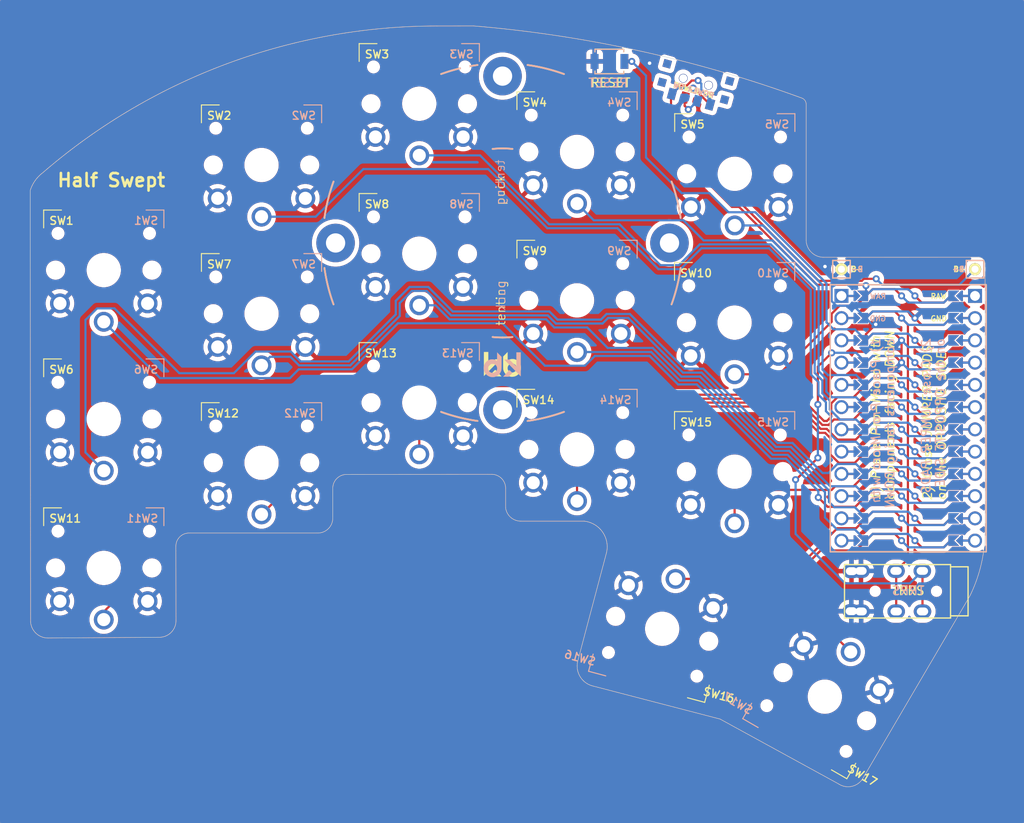
<source format=kicad_pcb>
(kicad_pcb (version 20241229) (generator "pcbnew") (generator_version "9.0")
  (layers (0 "F.Cu" signal) (2 "B.Cu" signal) (13 "F.Paste" user) (15 "B.Paste" user) (5 "F.SilkS" user "F.Silkscreen") (7 "B.SilkS" user "B.Silkscreen") (1 "F.Mask" user) (3 "B.Mask" user) (25 "Edge.Cuts" user))
  (net 0 "")
  (net 1 "gnd")
  (net 2 "vcc")
  (net 3 "Switch18")
  (net 4 "reset")
  (net 5 "Switch1")
  (net 6 "Switch2")
  (net 7 "Switch3")
  (net 8 "Switch4")
  (net 9 "Switch5")
  (net 10 "Switch6")
  (net 11 "Switch7")
  (net 12 "Switch8")
  (net 13 "Switch9")
  (net 14 "Switch10")
  (net 15 "Switch11")
  (net 16 "Switch12")
  (net 17 "Switch13")
  (net 18 "Switch14")
  (net 19 "Switch15")
  (net 20 "Switch16")
  (net 21 "Switch17")
  (net 22 "raw")
  (net 23 "BT+_r")
  (net 24 "Net-(SW_POWERR1-Pad1)")
  (footprint "kbd:1pin_conn" (layer "F.Cu") (at 126.492 45.974)
    (property "Reference" "B+")
    (property "Value" "MountingHole_Pad" (hide yes))
  )
  (footprint "kbd:1pin_conn" (layer "F.Cu") (at 111.252 45.974)
    (property "Reference" "B-")
    (property "Value" "MountingHole_Pad" (hide yes))
  )
  (footprint "Kailh:TRRS-PJ-DPB2" (layer "F.Cu") (at 123.698 82.75 -90)
    (property "Reference" "J2")
    (property "Value" "AudioJack4dpb" (hide yes))
  )
  (footprint "* duckyb-collection:SW_PG1350_rev_DPB" (layer "F.Cu") (at 27.08 46.08)
    (property "Reference" "SW1" (hide yes))
    (property "Value" "SW_Push" (hide yes))
  )
  (footprint "* duckyb-collection:SW_PG1350_rev_DPB" (layer "F.Cu") (at 45.08 34.08)
    (property "Reference" "SW2" (hide yes))
    (property "Value" "SW_Push" (hide yes))
  )
  (footprint "* duckyb-collection:SW_PG1350_rev_DPB" (layer "F.Cu") (at 63.08 27.08)
    (property "Reference" "SW3" (hide yes))
    (property "Value" "SW_Push" (hide yes))
  )
  (footprint "* duckyb-collection:SW_PG1350_rev_DPB" (layer "F.Cu") (at 81.08 32.58)
    (property "Reference" "SW4" (hide yes))
    (property "Value" "SW_Push" (hide yes))
  )
  (footprint "* duckyb-collection:SW_PG1350_rev_DPB" (layer "F.Cu") (at 99.08 35.08)
    (property "Reference" "SW5" (hide yes))
    (property "Value" "SW_Push" (hide yes))
  )
  (footprint "* duckyb-collection:SW_PG1350_rev_DPB" (layer "F.Cu") (at 27.08 63.08)
    (property "Reference" "SW6" (hide yes))
    (property "Value" "SW_Push" (hide yes))
  )
  (footprint "* duckyb-collection:SW_PG1350_rev_DPB" (layer "F.Cu") (at 45.08 51.054)
    (property "Reference" "SW7" (hide yes))
    (property "Value" "SW_Push" (hide yes))
  )
  (footprint "* duckyb-collection:SW_PG1350_rev_DPB" (layer "F.Cu") (at 63.08 44.196)
    (property "Reference" "SW8" (hide yes))
    (property "Value" "SW_Push" (hide yes))
  )
  (footprint "* duckyb-collection:SW_PG1350_rev_DPB" (layer "F.Cu") (at 81.08 49.53)
    (property "Reference" "SW9" (hide yes))
    (property "Value" "SW_Push" (hide yes))
  )
  (footprint "* duckyb-collection:SW_PG1350_rev_DPB" (layer "F.Cu") (at 99.06 52.07)
    (property "Reference" "SW10" (hide yes))
    (property "Value" "SW_Push" (hide yes))
  )
  (footprint "* duckyb-collection:SW_PG1350_rev_DPB" (layer "F.Cu") (at 27.08 80.08)
    (property "Reference" "SW11" (hide yes))
    (property "Value" "SW_Push" (hide yes))
  )
  (footprint "* duckyb-collection:SW_PG1350_rev_DPB" (layer "F.Cu") (at 45.08 68.072)
    (property "Reference" "SW12" (hide yes))
    (property "Value" "SW_Push" (hide yes))
  )
  (footprint "* duckyb-collection:SW_PG1350_rev_DPB" (layer "F.Cu") (at 63.08 61.214)
    (property "Reference" "SW13" (hide yes))
    (property "Value" "SW_Push" (hide yes))
  )
  (footprint "* duckyb-collection:SW_PG1350_rev_DPB" (layer "F.Cu") (at 81.08 66.548)
    (property "Reference" "SW14" (hide yes))
    (property "Value" "SW_Push" (hide yes))
  )
  (footprint "* duckyb-collection:SW_PG1350_rev_DPB" (layer "F.Cu") (at 99.06 69.088)
    (property "Reference" "SW15" (hide yes))
    (property "Value" "SW_Push" (hide yes))
  )
  (footprint "* duckyb-collection:SW_PG1350_rev_DPB" (layer "F.Cu") (at 109.356 94.78 150)
    (property "Reference" "SW17" (hide yes))
    (property "Value" "SW_Push" (hide yes))
  )
  (footprint "* duckyb-collection:SW_PG1350_rev_DPB" (layer "F.Cu") (at 90.796 87.03 165)
    (property "Reference" "SW16" (hide yes))
    (property "Value" "SW_Push" (hide yes))
  )
  (footprint "* duckyb-collection:ProMicro_jumpers_facedown" (layer "F.Cu") (at 118.872 62.992 -90)
    (property "Reference" "U1" (hide yes))
    (property "Value" "ProMicro-kbd" (hide yes))
  )
  (footprint "kbd:Tenting_Puck2" (layer "F.Cu") (at 72.58 42.98)
    (property "Reference" "REF**")
    (property "Value" "Tenting Puck")
  )
  (footprint "Kailh:SPDT_C128955" (layer "F.Cu") (at 94.6404 24.570573 -15.5)
    (property "Reference" "POWER SW")
    (property "Value" "SW_SPDT")
  )
  (footprint "* duckyb-collection:Tactile-Switch_SMT" (layer "F.Cu") (at 84.7852 22.2504)
    (property "Reference" "RSW2" (hide yes))
    (property "Value" "SW_Push")
  )
  (gr_arc (start 126.885 44.612) (mid 127.41533 44.83167) (end 127.635 45.362) (stroke (width 0.05)) (layer "Edge.Cuts"))
  (gr_line (start 18.690055 36.976702) (end 18.730254 86.245024) (stroke (width 0.05)) (layer "Edge.Cuts"))
  (gr_arc (start 106.78729 26.456889) (mid 107.104079 26.733645) (end 107.222045 27.137419) (stroke (width 0.05)) (layer "Edge.Cuts"))
  (gr_arc (start 18.690055 36.976702) (mid 19.246929 35.858882) (end 20.117 34.963) (stroke (width 0.05)) (layer "Edge.Cuts"))
  (gr_arc (start 109.257002 44.614917) (mid 107.844534 44.065716) (end 107.222001 42.683999) (stroke (width 0.05)) (layer "Edge.Cuts"))
  (gr_arc (start 69.291777 18.200679) (mid 88.315879 21.073764) (end 106.78729 26.456889) (stroke (width 0.05)) (layer "Edge.Cuts"))
  (gr_arc (start 113.67 104.149265) (mid 112.428995 105.01898) (end 110.938 104.748) (stroke (width 0.05)) (layer "Edge.Cuts"))
  (gr_arc (start 20.767993 88.081119) (mid 19.380569 87.572101) (end 18.730252 86.245024) (stroke (width 0.05)) (layer "Edge.Cuts"))
  (gr_line (start 127.635 45.362) (end 127.635 62.484) (stroke (width 0.05)) (layer "Edge.Cuts"))
  (gr_line (start 107.222001 42.683999) (end 107.222045 27.137419) (stroke (width 0.05)) (layer "Edge.Cuts"))
  (gr_line (start 109.257002 44.614917) (end 126.885 44.612) (stroke (width 0.05)) (layer "Edge.Cuts"))
  (gr_arc (start 20.117 34.963) (mid 41.093524 22.531455) (end 65.090389 18.206139) (stroke (width 0.05)) (layer "Edge.Cuts"))
  (gr_line (start 125.888304 83.312) (end 113.67 104.149265) (stroke (width 0.05)) (layer "Edge.Cuts"))
  (gr_arc (start 127.635 75.98785) (mid 127.177913 79.749197) (end 125.888304 83.312) (stroke (width 0.05)) (layer "Edge.Cuts"))
  (gr_line (start 69.291777 18.200679) (end 65.090389 18.206139) (stroke (width 0.05)) (layer "Edge.Cuts"))
  (gr_line (start 127.635 62.484) (end 127.647 69.85) (stroke (width 0.05)) (layer "Edge.Cuts"))
  (gr_line (start 127.647 69.85) (end 127.635 75.98785) (stroke (width 0.05)) (layer "Edge.Cuts"))
  (gr_arc (start 82.888697 93.560772) (mid 81.450284 92.519789) (end 81.146816 90.770336) (stroke (width 0.05)) (layer "Edge.Cuts"))
  (gr_arc (start 71.336813 69.393015) (mid 72.464893 69.860281) (end 72.932159 70.988361) (stroke (width 0.05)) (layer "Edge.Cuts"))
  (gr_line (start 36.850116 76.097183) (end 51.5 76.09716) (stroke (width 0.05)) (layer "Edge.Cuts"))
  (gr_line (start 20.767993 88.081119) (end 33.5 88) (stroke (width 0.05)) (layer "Edge.Cuts"))
  (gr_line (start 97.403103 97.33673) (end 110.938 104.748) (stroke (width 0.05)) (layer "Edge.Cuts"))
  (gr_arc (start 53.21127 70.968637) (mid 53.685328 69.857286) (end 54.805603 69.404717) (stroke (width 0.05)) (layer "Edge.Cuts"))
  (gr_line (start 35.322634 86.09861) (end 35.307822 77.626175) (stroke (width 0.05)) (layer "Edge.Cuts"))
  (gr_line (start 74.6623 74.740762) (end 81.910597 74.740824) (stroke (width 0.05)) (layer "Edge.Cuts"))
  (gr_line (start 72.932154 70.998345) (end 72.932159 73.215459) (stroke (width 0.05)) (layer "Edge.Cuts"))
  (gr_arc (start 74.662258 74.740762) (mid 73.509024 74.304988) (end 72.932159 73.215459) (stroke (width 0.05)) (layer "Edge.Cuts"))
  (gr_arc (start 35.307822 77.626243) (mid 35.753261 76.533186) (end 36.850116 76.097183) (stroke (width 0.05)) (layer "Edge.Cuts"))
  (gr_arc (start 35.322634 86.09861) (mid 34.793382 87.415554) (end 33.500001 88.000031) (stroke (width 0.05)) (layer "Edge.Cuts"))
  (gr_arc (start 53.21127 74.377028) (mid 52.7132 75.592826) (end 51.5 76.097193) (stroke (width 0.05)) (layer "Edge.Cuts"))
  (gr_arc (start 81.910597 74.740824) (mid 83.997986 75.989135) (end 84.432434 78.382193) (stroke (width 0.05)) (layer "Edge.Cuts"))
  (gr_line (start 82.888698 93.560772) (end 97.403103 97.33673) (stroke (width 0.05)) (layer "Edge.Cuts"))
  (gr_line (start 84.432434 78.382187) (end 81.146816 90.770192) (stroke (width 0.05)) (layer "Edge.Cuts"))
  (gr_line (start 53.21127 74.394772) (end 53.21127 70.96866) (stroke (width 0.05)) (layer "Edge.Cuts"))
  (gr_line (start 54.805604 69.404719) (end 71.336813 69.393015) (stroke (width 0.05)) (layer "Edge.Cuts"))
  (gr_text "1) Place Pro-Micro with\ncomponents facing DOWN" (at 115.9764 72.4408 90) (layer "F.SilkS") (effects (font (size 1 1) (thickness 0.15) (italic yes)) (justify left)))
  (gr_text "Half Swept" (at 27.94 35.814 0) (layer "F.SilkS") (effects (font (size 1.5 1.5) (thickness 0.3))))
  (gr_text "GND" (at 121.3612 51.6128 0) (layer "F.SilkS") (effects (font (size 0.6 0.6) (thickness 0.12)) (justify left)))
  (gr_text "2) Close JUMPER PADS\non the OPPOSITE SIDE" (at 121.8692 72.4408 90) (layer "F.SilkS") (effects (font (size 1 1) (thickness 0.15) (italic yes)) (justify left)))
  (gr_text "TRRS" (at 118.872 82.677 0) (layer "F.SilkS") (effects (font (size 1 1))))
  (gr_text "RAW" (at 121.3612 49.0728 0) (layer "F.SilkS") (effects (font (size 0.6 0.6) (thickness 0.12)) (justify left)))
  (gr_text "RAW" (at 116.40097 49.0728 0) (layer "B.SilkS") (effects (font (size 0.6 0.6) (thickness 0.12)) (justify left mirror)))
  (gr_text "B-" (at 113.03 45.974 0) (layer "B.SilkS") (effects (font (size 0.6 0.6)) (justify mirror)))
  (gr_text "2) Close JUMPER PADS\non the OPPOSITE SIDE" (at 121.7168 53.7464 90) (layer "B.SilkS") (effects (font (size 1 1) (thickness 0.15) (italic yes)) (justify left mirror)))
  (gr_text "GND" (at 116.40097 51.6128 0) (layer "B.SilkS") (effects (font (size 0.6 0.6) (thickness 0.12)) (justify left mirror)))
  (gr_text "1) Place Pro-Micro with\ncomponents facing DOWN" (at 115.9764 53.7464 90) (layer "B.SilkS") (effects (font (size 1 1) (thickness 0.15) (italic yes)) (justify left mirror)))
  (gr_text "B+" (at 124.587 45.974 0) (layer "B.SilkS") (effects (font (size 0.6 0.6)) (justify mirror)))
  (segment (start 114.046 53.3908) (end 115.1636 52.2732) (width 0.25) (layer "F.Cu") (net 1))
  (segment (start 118.11 56.642) (end 118.11 54.102) (width 0.25) (layer "F.Cu") (net 1))
  (segment (start 114.046 54.102) (end 114.046 53.3908) (width 0.25) (layer "F.Cu") (net 1))
  (via (at 115.1636 52.2732) (size 0.8) (drill 0.4) (layers "F.Cu" "B.Cu") (net 1))
  (via (at 109.3724 45.6692) (size 0.8) (drill 0.4) (layers "F.Cu" "B.Cu") (net 1))
  (via (at 89.3572 22.4536) (size 0.8) (drill 0.4) (layers "F.Cu" "B.Cu") (net 1))
  (segment (start 112.630511 50.146511) (end 110.661711 50.146511) (width 0.25) (layer "B.Cu") (net 1))
  (segment (start 110.127489 47.098511) (end 111.252 45.974) (width 0.25) (layer "B.Cu") (net 1))
  (segment (start 114.7572 52.2732) (end 114.046 51.562) (width 0.25) (layer "B.Cu") (net 1))
  (segment (start 110.661711 50.146511) (end 110.127489 49.612289) (width 0.25) (layer "B.Cu") (net 1))
  (segment (start 114.046 51.562) (end 112.630511 50.146511) (width 0.25) (layer "B.Cu") (net 1))
  (segment (start 115.1636 52.2732) (end 114.7572 52.2732) (width 0.25) (layer "B.Cu") (net 1))
  (segment (start 110.127489 49.612289) (end 110.127489 47.098511) (width 0.25) (layer "B.Cu") (net 1))
  (segment (start 120.498 85.05) (end 120.498 80.44) (width 0.25) (layer "F.Cu") (net 2))
  (segment (start 108.5596 57.0992) (end 108.5596 61.4172) (width 0.25) (layer "F.Cu") (net 2))
  (segment (start 106.0196 70.0024) (end 106.0704 70.0024) (width 0.25) (layer "F.Cu") (net 2))
  (segment (start 106.0704 70.0024) (end 108.5596 67.5132) (width 0.25) (layer "F.Cu") (net 2))
  (segment (start 120.498 80.44) (end 120.478 80.42) (width 0.25) (layer "F.Cu") (net 2))
  (segment (start 110.1344 55.5244) (end 108.5596 57.0992) (width 0.25) (layer "F.Cu") (net 2))
  (via (at 106.0196 70.0024) (size 0.8) (drill 0.4) (layers "F.Cu" "B.Cu") (net 2))
  (via (at 110.1344 55.5244) (size 0.8) (drill 0.4) (layers "F.Cu" "B.Cu") (net 2))
  (via (at 108.5596 67.5132) (size 0.8) (drill 0.4) (layers "F.Cu" "B.Cu") (net 2))
  (via (at 108.5596 61.4172) (size 0.8) (drill 0.4) (layers "F.Cu" "B.Cu") (net 2))
  (segment (start 108.5596 67.5132) (end 108.5596 61.4172) (width 0.25) (layer "B.Cu") (net 2))
  (segment (start 111.6584 81.8388) (end 119.0592 81.8388) (width 0.25) (layer "B.Cu") (net 2))
  (segment (start 110.141311 55.517489) (end 112.921489 55.517489) (width 0.25) (layer "B.Cu") (net 2))
  (segment (start 112.921489 55.517489) (end 114.046 56.642) (width 0.25) (layer "B.Cu") (net 2))
  (segment (start 119.0592 81.8388) (end 120.478 80.42) (width 0.25) (layer "B.Cu") (net 2))
  (segment (start 106.0196 70.0024) (end 106.0196 76.2) (width 0.25) (layer "B.Cu") (net 2))
  (segment (start 110.1344 55.5244) (end 110.141311 55.517489) (width 0.25) (layer "B.Cu") (net 2))
  (segment (start 106.0196 76.2) (end 111.6584 81.8388) (width 0.25) (layer "B.Cu") (net 2))
  (segment (start 118.11 51.562) (end 118.834511 52.286511) (width 0.25) (layer "F.Cu") (net 3))
  (segment (start 118.834511 52.286511) (end 118.834511 79.063489) (width 0.25) (layer "F.Cu") (net 3))
  (segment (start 117.498 80.44) (end 117.478 80.42) (width 0.25) (layer "F.Cu") (net 3))
  (segment (start 118.834511 79.063489) (end 117.478 80.42) (width 0.25) (layer "F.Cu") (net 3))
  (segment (start 117.498 85.05) (end 117.498 80.44) (width 0.25) (layer "F.Cu") (net 3))
  (segment (start 87.3252 22.2504) (end 86.4852 22.2504) (width 0.25) (layer "F.Cu") (net 4))
  (via (at 87.3252 22.2504) (size 0.8) (drill 0.4) (layers "F.Cu" "B.Cu") (net 4))
  (segment (start 86.4852 22.2504) (end 87.3252 22.2504) (width 0.25) (layer "B.Cu") (net 4))
  (segment (start 87.3252 22.2504) (end 88.9508 23.876) (width 0.25) (layer "B.Cu") (net 4))
  (segment (start 88.9508 33.217792) (end 93.020208 37.2872) (width 0.25) (layer "B.Cu") (net 4))
  (segment (start 88.9508 23.876) (end 88.9508 33.217792) (width 0.25) (layer "B.Cu") (net 4))
  (segment (start 96.172452 37.2872) (end 98.356852 39.4716) (width 0.25) (layer "B.Cu") (net 4))
  (segment (start 109.54488 52.03928) (end 110.3376 52.832) (width 0.25) (layer "B.Cu") (net 4))
  (segment (start 93.020208 37.2872) (end 96.172452 37.2872) (width 0.25) (layer "B.Cu") (net 4))
  (segment (start 109.54488 47.593566) (end 109.54488 52.03928) (width 0.25) (layer "B.Cu") (net 4))
  (segment (start 98.356852 39.4716) (end 101.422914 39.4716) (width 0.25) (layer "B.Cu") (net 4))
  (segment (start 101.422914 39.4716) (end 109.54488 47.593566) (width 0.25) (layer "B.Cu") (net 4))
  (segment (start 110.3376 52.832) (end 112.776 52.832) (width 0.25) (layer "B.Cu") (net 4))
  (segment (start 112.776 52.832) (end 114.046 54.102) (width 0.25) (layer "B.Cu") (net 4))
  (segment (start 108.6104 72.0344) (end 109.6772 73.1012) (width 0.25) (layer "F.Cu") (net 5))
  (segment (start 112.8268 73.1012) (end 114.046 71.882) (width 0.25) (layer "F.Cu") (net 5))
  (segment (start 109.6772 73.1012) (end 112.8268 73.1012) (width 0.25) (layer "F.Cu") (net 5))
  (via (at 108.6104 72.0344) (size 0.8) (drill 0.4) (layers "F.Cu" "B.Cu") (net 5))
  (segment (start 108.6104 71.299954) (end 104.925246 67.6148) (width 0.25) (layer "B.Cu") (net 5))
  (segment (start 60.653557 52.14856) (end 55.398597 57.40352) (width 0.25) (layer "B.Cu") (net 5))
  (segment (start 49.32728 57.40352) (end 48.321289 58.409511) (width 0.25) (layer "B.Cu") (net 5))
  (segment (start 103.2256 67.6148) (end 94.742 59.1312) (width 0.25) (layer "B.Cu") (net 5))
  (segment (start 81.9912 56.9976) (end 77.4192 56.9976) (width 0.25) (layer "B.Cu") (net 5))
  (segment (start 83.10928 55.87952) (end 81.9912 56.9976) (width 0.25) (layer "B.Cu") (net 5))
  (segment (start 72.57016 52.14856) (end 60.653557 52.14856) (width 0.25) (layer "B.Cu") (net 5))
  (segment (start 48.321289 58.409511) (end 33.509511 58.409511) (width 0.25) (layer "B.Cu") (net 5))
  (segment (start 108.6104 72.0344) (end 108.6104 71.299954) (width 0.25) (layer "B.Cu") (net 5))
  (segment (start 94.742 59.1312) (end 92.6084 59.1312) (width 0.25) (layer "B.Cu") (net 5))
  (segment (start 55.398597 57.40352) (end 49.32728 57.40352) (width 0.25) (layer "B.Cu") (net 5))
  (segment (start 92.6084 59.1312) (end 89.35672 55.87952) (width 0.25) (layer "B.Cu") (net 5))
  (segment (start 77.4192 56.9976) (end 72.57016 52.14856) (width 0.25) (layer "B.Cu") (net 5))
  (segment (start 33.509511 58.409511) (end 27.08 51.98) (width 0.25) (layer "B.Cu") (net 5))
  (segment (start 89.35672 55.87952) (end 83.10928 55.87952) (width 0.25) (layer "B.Cu") (net 5))
  (segment (start 104.925246 67.6148) (end 103.2256 67.6148) (width 0.25) (layer "B.Cu") (net 5))
  (segment (start 108.62576 60.316396) (end 109.48168 61.172316) (width 0.25) (layer "B.Cu") (net 6))
  (segment (start 108.62576 58.869314) (end 108.62576 60.316396) (width 0.25) (layer "B.Cu") (net 6))
  (segment (start 95.276118 43.5864) (end 102.994846 43.5864) (width 0.25) (layer "B.Cu") (net 6))
  (segment (start 85.69192 41.29272) (end 90.36552 45.96632) (width 0.25) (layer "B.Cu") (net 6))
  (segment (start 110.0328 64.8716) (end 110.838689 65.677489) (width 0.25) (layer "B.Cu") (net 6))
  (segment (start 110.838689 65.677489) (end 112.921489 65.677489) (width 0.25) (layer "B.Cu") (net 6))
  (segment (start 109.48168 62.177698) (end 110.0328 62.728818) (width 0.25) (layer "B.Cu") (net 6))
  (segment (start 90.36552 45.96632) (end 92.896198 45.96632) (width 0.25) (layer "B.Cu") (net 6))
  (segment (start 70.941483 34.544) (end 77.690203 41.29272) (width 0.25) (layer "B.Cu") (net 6))
  (segment (start 110.0328 62.728818) (end 110.0328 64.8716) (width 0.25) (layer "B.Cu") (net 6))
  (segment (start 102.994846 43.5864) (end 107.7468 48.338354) (width 0.25) (layer "B.Cu") (net 6))
  (segment (start 45.08 39.98) (end 51.2568 39.98) (width 0.25) (layer "B.Cu") (net 6))
  (segment (start 109.48168 61.172316) (end 109.48168 62.177698) (width 0.25) (layer "B.Cu") (net 6))
  (segment (start 51.2568 39.98) (end 56.6928 34.544) (width 0.25) (layer "B.Cu") (net 6))
  (segment (start 112.921489 65.677489) (end 114.046 66.802) (width 0.25) (layer "B.Cu") (net 6))
  (segment (start 107.7468 57.990354) (end 108.62576 58.869314) (width 0.25) (layer "B.Cu") (net 6))
  (segment (start 92.896198 45.96632) (end 95.276118 43.5864) (width 0.25) (layer "B.Cu") (net 6))
  (segment (start 56.6928 34.544) (end 70.941483 34.544) (width 0.25) (layer "B.Cu") (net 6))
  (segment (start 107.7468 48.338354) (end 107.7468 57.990354) (width 0.25) (layer "B.Cu") (net 6))
  (segment (start 77.690203 41.29272) (end 85.69192 41.29272) (width 0.25) (layer "B.Cu") (net 6))
  (segment (start 103.181044 43.13688) (end 108.19632 48.152156) (width 0.25) (layer "B.Cu") (net 7))
  (segment (start 92.71 45.5168) (end 95.089921 43.13688) (width 0.25) (layer "B.Cu") (net 7))
  (segment (start 63.08 32.98) (end 70.0132 32.98) (width 0.25) (layer "B.Cu") (net 7))
  (segment (start 95.089921 43.13688) (end 103.181044 43.13688) (width 0.25) (layer "B.Cu") (net 7))
  (segment (start 109.9312 61.9915) (end 111.077189 63.137489) (width 0.25) (layer "B.Cu") (net 7))
  (segment (start 112.921489 63.137489) (end 114.046 64.262) (width 0.25) (layer "B.Cu") (net 7))
  (segment (start 90.596601 45.5168) (end 92.71 45.5168) (width 0.25) (layer "B.Cu") (net 7))
  (segment (start 85.923001 40.8432) (end 90.596601 45.5168) (width 0.25) (layer "B.Cu") (net 7))
  (segment (start 108.19632 57.804156) (end 109.07528 58.683116) (width 0.25) (layer "B.Cu") (net 7))
  (segment (start 109.9312 60.986118) (end 109.9312 61.9915) (width 0.25) (layer "B.Cu") (net 7))
  (segment (start 70.0132 32.98) (end 77.8764 40.8432) (width 0.25) (layer "B.Cu") (net 7))
  (segment (start 108.19632 48.152156) (end 108.19632 57.804156) (width 0.25) (layer "B.Cu") (net 7))
  (segment (start 109.07528 58.683116) (end 109.07528 60.130198) (width 0.25) (layer "B.Cu") (net 7))
  (segment (start 77.8764 40.8432) (end 85.923001 40.8432) (width 0.25) (layer "B.Cu") (net 7))
  (segment (start 109.07528 60.130198) (end 109.9312 60.986118) (width 0.25) (layer "B.Cu") (net 7))
  (segment (start 111.077189 63.137489) (end 112.921489 63.137489) (width 0.25) (layer "B.Cu") (net 7))
  (segment (start 109.5248 58.496918) (end 109.5248 59.944) (width 0.25) (layer "B.Cu") (net 8))
  (segment (start 108.64584 47.965958) (end 108.64584 57.617958) (width 0.25) (layer "B.Cu") (net 8))
  (segment (start 108.64584 57.617958) (end 109.5248 58.496918) (width 0.25) (layer "B.Cu") (net 8))
  (segment (start 110.178289 60.597489) (end 112.921489 60.597489) (width 0.25) (layer "B.Cu") (net 8))
  (segment (start 109.5248 59.944) (end 110.178289 60.597489) (width 0.25) (layer "B.Cu") (net 8))
  (segment (start 103.367242 42.68736) (end 108.64584 47.965958) (width 0.25) (layer "B.Cu") (net 8))
  (segment (start 95.51936 42.68736) (end 103.367242 42.68736) (width 0.25) (layer "B.Cu") (net 8))
  (segment (start 81.08 38.48) (end 82.986 40.386) (width 0.25) (layer "B.Cu") (net 8))
  (segment (start 82.986 40.386) (end 93.218 40.386) (width 0.25) (layer "B.Cu") (net 8))
  (segment (start 93.218 40.386) (end 95.51936 42.68736) (width 0.25) (layer "B.Cu") (net 8))
  (segment (start 112.921489 60.597489) (end 114.046 61.722) (width 0.25) (layer "B.Cu") (net 8))
  (segment (start 102.2956 40.98) (end 109.09536 47.779763) (width 0.25) (layer "B.Cu") (net 9))
  (segment (start 109.728 58.0644) (end 110.7793 58.0644) (width 0.25) (layer "B.Cu") (net 9))
  (segment (start 110.7793 58.0644) (end 110.786211 58.057489) (width 0.25) (layer "B.Cu") (net 9))
  (segment (start 110.786211 58.057489) (end 112.921489 58.057489) (width 0.25) (layer "B.Cu") (net 9))
  (segment (start 109.09536 57.43176) (end 109.728 58.0644) (width 0.25) (layer "B.Cu") (net 9))
  (segment (start 99.08 40.98) (end 102.2956 40.98) (width 0.25) (layer "B.Cu") (net 9))
  (segment (start 112.921489 58.057489) (end 114.046 59.182) (width 0.25) (layer "B.Cu") (net 9))
  (segment (start 109.09536 47.779763) (end 109.09536 57.43176) (width 0.25) (layer "B.Cu") (net 9))
  (segment (start 103.970392 65.81672) (end 105.670037 65.81672) (width 0.25) (layer "B.Cu") (net 10))
  (segment (start 105.933359 66.080043) (end 109.093716 69.2404) (width 0.25) (layer "B.Cu") (net 10))
  (segment (start 109.093716 69.2404) (end 109.7633 69.2404) (width 0.25) (layer "B.Cu") (net 10))
  (segment (start 24.990979 66.890979) (end 24.990979 51.767821) (width 0.25) (layer "B.Cu") (net 10))
  (segment (start 66.9036 50.8) (end 77.9272 50.8) (width 0.25) (layer "B.Cu") (net 10))
  (segment (start 41.926209 57.844991) (end 44.3992 55.372) (width 0.25) (layer "B.Cu") (net 10))
  (segment (start 87.373843 51.353772) (end 93.353192 57.33312) (width 0.25) (layer "B.Cu") (net 10))
  (segment (start 105.670037 65.81672) (end 105.933359 66.080043) (width 0.25) (layer "B.Cu") (net 10))
  (segment (start 78.85696 51.72976) (end 83.80464 51.72976) (width 0.25) (layer "B.Cu") (net 10))
  (segment (start 110.786211 68.217489) (end 112.921489 68.217489) (width 0.25) (layer "B.Cu") (net 10))
  (segment (start 95.486792 57.33312) (end 103.970392 65.81672) (width 0.25) (layer "B.Cu") (net 10))
  (segment (start 55.026202 56.50448) (end 60.4012 51.129482) (width 0.25) (layer "B.Cu") (net 10))
  (segment (start 64.1096 48.006) (end 66.9036 50.8) (width 0.25) (layer "B.Cu") (net 10))
  (segment (start 84.443951 51.090449) (end 87.110521 51.090449) (width 0.25) (layer "B.Cu") (net 10))
  (segment (start 48.4124 55.372) (end 49.54488 56.50448) (width 0.25) (layer "B.Cu") (net 10))
  (segment (start 109.7633 69.2404) (end 110.786211 68.217489) (width 0.25) (layer "B.Cu") (net 10))
  (segment (start 61.976 48.006) (end 64.1096 48.006) (width 0.25) (layer "B.Cu") (net 10))
  (segment (start 87.110521 51.090449) (end 87.373843 51.353772) (width 0.25) (layer "B.Cu") (net 10))
  (segment (start 60.4012 49.5808) (end 61.976 48.006) (width 0.25) (layer "B.Cu") (net 10))
  (segment (start 28.2956 50.4444) (end 35.696191 57.844991) (width 0.25) (layer "B.Cu") (net 10))
  (segment (start 93.353192 57.33312) (end 95.486792 57.33312) (width 0.25) (layer "B.Cu") (net 10))
  (segment (start 83.80464 51.72976) (end 84.443951 51.090449) (width 0.25) (layer "B.Cu") (net 10))
  (segment (start 49.54488 56.50448) (end 55.026202 56.50448) (width 0.25) (layer "B.Cu") (net 10))
  (segment (start 27.08 68.98) (end 24.990979 66.890979) (width 0.25) (layer "B.Cu") (net 10))
  (segment (start 35.696191 57.844991) (end 41.926209 57.844991) (width 0.25) (layer "B.Cu") (net 10))
  (segment (start 77.9272 50.8) (end 78.85696 51.72976) (width 0.25) (layer "B.Cu") (net 10))
  (segment (start 26.3144 50.4444) (end 28.2956 50.4444) (width 0.25) (layer "B.Cu") (net 10))
  (segment (start 24.990979 51.767821) (end 26.3144 50.4444) (width 0.25) (layer "B.Cu") (net 10))
  (segment (start 44.3992 55.372) (end 48.4124 55.372) (width 0.25) (layer "B.Cu") (net 10))
  (segment (start 60.4012 51.129482) (end 60.4012 49.5808) (width 0.25) (layer "B.Cu") (net 10))
  (segment (start 112.921489 68.217489) (end 114.046 69.342) (width 0.25) (layer "B.Cu") (net 10))
  (segment (start 103.784194 66.26624) (end 105.483839 66.26624) (width 0.25) (layer "B.Cu") (net 11))
  (segment (start 86.924323 51.539969) (end 93.166994 57.78264) (width 0.25) (layer "B.Cu") (net 11))
  (segment (start 93.166994 57.78264) (end 95.300594 57.78264) (width 0.25) (layer "B.Cu") (net 11))
  (segment (start 95.300594 57.78264) (end 103.784194 66.26624) (width 0.25) (layer "B.Cu") (net 11))
  (segment (start 109.975089 70.757489) (end 112.921489 70.757489) (width 0.25) (layer "B.Cu") (net 11))
  (segment (start 112.921489 70.757489) (end 114.046 71.882) (width 0.25) (layer "B.Cu") (net 11))
  (segment (start 60.85072 49.84248) (end 62.23768 48.45552) (width 0.25) (layer "B.Cu") (net 11))
  (segment (start 48.378602 55.97392) (end 49.358683 56.954) (width 0.25) (layer "B.Cu") (net 11))
  (segment (start 46.06008 55.97392) (end 48.378602 55.97392) (width 0.25) (layer "B.Cu") (net 11))
  (segment (start 62.23768 48.45552) (end 63.923403 48.45552) (width 0.25) (layer "B.Cu") (net 11))
  (segment (start 60.85072 51.315679) (end 60.85072 49.84248) (width 0.25) (layer "B.Cu") (net 11))
  (segment (start 45.08 56.954) (end 46.06008 55.97392) (width 0.25) (layer "B.Cu") (net 11))
  (segment (start 66.717403 51.24952) (end 77.741002 51.24952) (width 0.25) (layer "B.Cu") (net 11))
  (segment (start 84.630149 51.539969) (end 86.924323 51.539969) (width 0.25) (layer "B.Cu") (net 11))
  (segment (start 78.670762 52.17928) (end 83.990838 52.17928) (width 0.25) (layer "B.Cu") (net 11))
  (segment (start 105.483839 66.26624) (end 109.975089 70.757489) (width 0.25) (layer "B.Cu") (net 11))
  (segment (start 63.923403 48.45552) (end 66.717403 51.24952) (width 0.25) (layer "B.Cu") (net 11))
  (segment (start 55.2124 56.954) (end 60.85072 51.315679) (width 0.25) (layer "B.Cu") (net 11))
  (segment (start 49.358683 56.954) (end 55.2124 56.954) (width 0.25) (layer "B.Cu") (net 11))
  (segment (start 77.741002 51.24952) (end 78.670762 52.17928) (width 0.25) (layer "B.Cu") (net 11))
  (segment (start 83.990838 52.17928) (end 84.630149 51.539969) (width 0.25) (layer "B.Cu") (net 11))
  (segment (start 84.582 54.9656) (end 89.714236 54.9656) (width 0.25) (layer "B.Cu") (net 12))
  (segment (start 109.82192 71.240039) (end 109.82192 72.53472) (width 0.25) (layer "B.Cu") (net 12))
  (segment (start 64.928165 50.096) (end 66.531206 51.69904) (width 0.25) (layer "B.Cu") (net 12))
  (segment (start 109.82192 72.53472) (end 110.4392 73.152) (width 0.25) (layer "B.Cu") (net 12))
  (segment (start 89.714236 54.9656) (end 92.980796 58.23216) (width 0.25) (layer "B.Cu") (net 12))
  (segment (start 63.08 50.096) (end 64.928165 50.096) (width 0.25) (layer "B.Cu") (net 12))
  (segment (start 103.597996 66.71576) (end 105.297641 66.71576) (width 0.25) (layer "B.Cu") (net 12))
  (segment (start 95.114396 58.23216) (end 103.597996 66.71576) (width 0.25) (layer "B.Cu") (net 12))
  (segment (start 82.2452 52.6288) (end 84.582 54.9656) (width 0.25) (layer "B.Cu") (net 12))
  (segment (start 66.531206 51.69904) (end 77.554804 51.69904) (width 0.25) (layer "B.Cu") (net 12))
  (segment (start 92.980796 58.23216) (end 95.114396 58.23216) (width 0.25) (layer "B.Cu") (net 12))
  (segment (start 112.776 73.152) (end 114.046 74.422) (width 0.25) (layer "B.Cu") (net 12))
  (segment (start 78.484565 52.6288) (end 82.2452 52.6288) (width 0.25) (layer "B.Cu") (net 12))
  (segment (start 110.4392 73.152) (end 112.776 73.152) (width 0.25) (layer "B.Cu") (net 12))
  (segment (start 105.297641 66.71576) (end 109.82192 71.240039) (width 0.25) (layer "B.Cu") (net 12))
  (segment (start 77.554804 51.69904) (end 78.484565 52.6288) (width 0.25) (layer "B.Cu") (net 12))
  (segment (start 112.776 75.692) (end 114.046 76.962) (width 0.25) (layer "B.Cu") (net 13))
  (segment (start 105.111444 67.16528) (end 109.3724 71.426236) (width 0.25) (layer "B.Cu") (net 13))
  (segment (start 110.744 75.692) (end 112.776 75.692) (width 0.25) (layer "B.Cu") (net 13))
  (segment (start 103.411798 67.16528) (end 105.111444 67.16528) (width 0.25) (layer "B.Cu") (net 13))
  (segment (start 81.08 55.43) (end 89.542918 55.43) (width 0.25) (layer "B.Cu") (net 13))
  (segment (start 89.542918 55.43) (end 92.794598 58.68168) (width 0.25) (layer "B.Cu") (net 13))
  (segment (start 109.3724 71.426236) (end 109.3724 74.3204) (width 0.25) (layer "B.Cu") (net 13))
  (segment (start 94.928198 58.68168) (end 103.411798 67.16528) (width 0.25) (layer "B.Cu") (net 13))
  (segment (start 109.3724 74.3204) (end 110.744 75.692) (width 0.25) (layer "B.Cu") (net 13))
  (segment (start 92.794598 58.68168) (end 94.928198 58.68168) (width 0.25) (layer "B.Cu") (net 13))
  (segment (start 112.921489 50.146511) (end 114.046 49.022) (width 0.25) (layer "F.Cu") (net 14))
  (segment (start 110.127489 51.060911) (end 111.041889 50.146511) (width 0.25) (layer "F.Cu") (net 14))
  (segment (start 104.1328 57.97) (end 110.127489 51.975311) (width 0.25) (layer "F.Cu") (net 14))
  (segment (start 111.041889 50.146511) (end 112.921489 50.146511) (width 0.25) (layer "F.Cu") (net 14))
  (segment (start 110.127489 51.975311) (end 110.127489 51.060911) (width 0.25) (layer "F.Cu") (net 14))
  (segment (start 99.06 57.97) (end 104.1328 57.97) (width 0.25) (layer "F.Cu") (net 14))
  (segment (start 106.257265 60.306511) (end 109.255234 63.30448) (width 0.25) (layer "F.Cu") (net 15))
  (segment (start 30.6324 74.676) (end 41.360819 63.947581) (width 0.25) (layer "F.Cu") (net 15))
  (segment (start 112.630511 60.597489) (end 114.046 59.182) (width 0.25) (layer "F.Cu") (net 15))
  (segment (start 27.08 85.0864) (end 30.6324 81.534) (width 0.25) (layer "F.Cu") (net 15))
  (segment (start 41.360819 63.947581) (end 46.719501 63.947581) (width 0.25) (layer "F.Cu") (net 15))
  (segment (start 110.0836 61.3001) (end 110.786211 60.597489) (width 0.25) (layer "F.Cu") (net 15))
  (segment (start 91.088481 60.306511) (end 106.257265 60.306511) (width 0.25) (layer "F.Cu") (net 15))
  (segment (start 109.255234 63.30448) (end 109.592602 63.30448) (width 0.25) (layer "F.Cu") (net 15))
  (segment (start 109.592602 63.30448) (end 110.0836 62.813482) (width 0.25) (layer "F.Cu") (net 15))
  (segment (start 46.719501 63.947581) (end 52.247082 58.42) (width 0.25) (layer "F.Cu") (net 15))
  (segment (start 30.6324 81.534) (end 30.6324 74.676) (width 0.25) (layer "F.Cu") (net 15))
  (segment (start 110.786211 60.597489) (end 112.630511 60.597489) (width 0.25) (layer "F.Cu") (net 15))
  (segment (start 52.247082 58.42) (end 89.20197 58.42) (width 0.25) (layer "F.Cu") (net 15))
  (segment (start 27.08 85.98) (end 27.08 85.0864) (width 0.25) (layer "F.Cu") (net 15))
  (segment (start 89.20197 58.42) (end 91.088481 60.306511) (width 0.25) (layer "F.Cu") (net 15))
  (segment (start 110.0836 62.813482) (end 110.0836 61.3001) (width 0.25) (layer "F.Cu") (net 15))
  (segment (start 112.630511 63.137489) (end 114.046 61.722) (width 0.25) (layer "F.Cu") (net 16))
  (segment (start 47.1424 71.9096) (end 47.1424 70.161021) (width 0.25) (layer "F.Cu") (net 16))
  (segment (start 52.43328 58.86952) (end 89.015773 58.86952) (width 0.25) (layer "F.Cu") (net 16))
  (segment (start 47.169021 70.161021) (end 47.169021 64.133779) (width 0.25) (layer "F.Cu") (net 16))
  (segment (start 109.7788 63.754) (end 110.395311 63.137489) (width 0.25) (layer "F.Cu") (net 16))
  (segment (start 47.1424 70.161021) (end 47.169021 70.161021) (width 0.25) (layer "F.Cu") (net 16))
  (segment (start 110.395311 63.137489) (end 112.630511 63.137489) (width 0.25) (layer "F.Cu") (net 16))
  (segment (start 47.169021 64.133779) (end 52.43328 58.86952) (width 0.25) (layer "F.Cu") (net 16))
  (segment (start 90.902284 60.756031) (end 106.071067 60.756031) (width 0.25) (layer "F.Cu") (net 16))
  (segment (start 45.08 73.972) (end 47.1424 71.9096) (width 0.25) (layer "F.Cu") (net 16))
  (segment (start 106.071067 60.756031) (end 109.069036 63.754) (width 0.25) (layer "F.Cu") (net 16))
  (segment (start 89.015773 58.86952) (end 90.902284 60.756031) (width 0.25) (layer "F.Cu") (net 16))
  (segment (start 109.069036 63.754) (end 109.7788 63.754) (width 0.25) (layer "F.Cu") (net 16))
  (segment (start 63.08 64.980992) (end 68.741952 59.31904) (width 0.25) (layer "F.Cu") (net 17))
  (segment (start 90.716086 61.205551) (end 105.884869 61.205551) (width 0.25) (layer "F.Cu") (net 17))
  (segment (start 112.8776 65.4304) (end 114.046 64.262) (width 0.25) (layer "F.Cu") (net 17))
  (segment (start 63.08 67.114) (end 63.08 64.980992) (width 0.25) (layer "F.Cu") (net 17))
  (segment (start 110.7948 65.4304) (end 112.8776 65.4304) (width 0.25) (layer "F.Cu") (net 17))
  (segment (start 88.829575 59.31904) (end 90.716086 61.205551) (width 0.25) (layer "F.Cu") (net 17))
  (segment (start 108.882839 64.20352) (end 109.56792 64.20352) (width 0.25) (layer "F.Cu") (net 17))
  (segment (start 109.56792 64.20352) (end 110.7948 65.4304) (width 0.25) (layer "F.Cu") (net 17))
  (segment (start 68.741952 59.31904) (end 88.829575 59.31904) (width 0.25) (layer "F.Cu") (net 17))
  (segment (start 105.884869 61.205551) (end 108.882839 64.20352) (width 0.25) (layer "F.Cu") (net 17))
  (segment (start 89.170129 61.655071) (end 105.698671 61.655071) (width 0.25) (layer "F.Cu") (net 18))
  (segment (start 109.381722 64.65304) (end 109.982 65.253318) (width 0.25) (layer "F.Cu") (net 18))
  (segment (start 109.982 67.1223) (end 110.9317 68.072) (width 0.25) (layer "F.Cu") (net 18))
  (segment (start 108.696642 64.65304) (end 109.381722 64.65304) (width 0.25) (layer "F.Cu") (net 18))
  (segment (start 81.08 69.7452) (end 89.170129 61.655071) (width 0.25) (layer "F.Cu") (net 18))
  (segment (start 109.982 65.253318) (end 109.982 67.1223) (width 0.25) (layer "F.Cu") (net 18))
  (segment (start 105.698671 61.655071) (end 108.696642 64.65304) (width 0.25) (layer "F.Cu") (net 18))
  (segment (start 81.08 72.448) (end 81.08 69.7452) (width 0.25) (layer "F.Cu") (net 18))
  (segment (start 112.776 68.072) (end 114.046 66.802) (width 0.25) (layer "F.Cu") (net 18))
  (segment (start 110.9317 68.072) (end 112.776 68.072) (width 0.25) (layer "F.Cu") (net 18))
  (segment (start 110.12665 71.1708) (end 110.539961 70.757489) (width 0.25) (layer "F.Cu") (net 19))
  (segment (start 99.06 74.988) (end 99.06 72.854992) (width 0.25) (layer "F.Cu") (net 19))
  (segment (start 100.744192 71.1708) (end 110.12665 71.1708) (width 0.25) (layer "F.Cu") (net 19))
  (segment (start 112.630511 70.757489) (end 114.046 69.342) (width 0.25) (layer "F.Cu") (net 19))
  (segment (start 99.06 72.854992) (end 100.744192 71.1708) (width 0.25) (layer "F.Cu") (net 19))
  (segment (start 110.539961 70.757489) (end 112.630511 70.757489) (width 0.25) (layer "F.Cu") (net 19))
  (segment (start 110.786211 75.546511) (end 112.921489 75.546511) (width 0.25) (layer "F.Cu") (net 20))
  (segment (start 112.921489 75.546511) (end 114.046 74.422) (width 0.25) (layer "F.Cu") (net 20))
  (segment (start 105.001684 81.331038) (end 110.786211 75.546511) (width 0.25) (layer "F.Cu") (net 20))
  (segment (start 92.323032 81.331038) (end 105.001684 81.331038) (width 0.25) (layer "F.Cu") (net 20))
  (segment (start 108.881929 78.086511) (end 112.921489 78.086511) (width 0.25) (layer "F.Cu") (net 21))
  (segment (start 105.41 82.77445) (end 105.41 81.55844) (width 0.25) (layer "F.Cu") (net 21))
  (segment (start 105.41 81.55844) (end 108.881929 78.086511) (width 0.25) (layer "F.Cu") (net 21))
  (segment (start 112.921489 78.086511) (end 114.046 76.962) (width 0.25) (layer "F.Cu") (net 21))
  (segment (start 112.306 89.67045) (end 105.41 82.77445) (width 0.25) (layer "F.Cu") (net 21))
  (segment (start 108.458 47.752) (end 99.568 38.862) (width 0.25) (layer "F.Cu") (net 22))
  (segment (start 114.046 47.8536) (end 113.9444 47.752) (width 0.25) (layer "F.Cu") (net 22))
  (segment (start 99.568 38.862) (end 98.7552 38.862) (width 0.25) (layer "F.Cu") (net 22))
  (segment (start 92.888235 24.998297) (end 93.611089 24.998297) (width 0.25) (layer "F.Cu") (net 22))
  (segment (start 113.9444 47.752) (end 108.458 47.752) (width 0.25) (layer "F.Cu") (net 22))
  (segment (start 95.96888 36.07568) (end 95.96888 35.735872) (width 0.25) (layer "F.Cu") (net 22))
  (segment (start 93.611089 24.998297) (end 94.174586 24.4348) (width 0.25) (layer "F.Cu") (net 22))
  (segment (start 91.80328 26.083252) (end 91.917712 25.96882) (width 0.25) (layer "F.Cu") (net 22))
  (segment (start 91.80328 31.570272) (end 91.80328 26.083252) (width 0.25) (layer "F.Cu") (net 22))
  (segment (start 95.96888 35.735872) (end 91.80328 31.570272) (width 0.25) (layer "F.Cu") (net 22))
  (segment (start 98.7552 38.862) (end 95.96888 36.07568) (width 0.25) (layer "F.Cu") (net 22))
  (segment (start 94.174586 24.4348) (end 94.8944 24.4348) (width 0.25) (layer "F.Cu") (net 22))
  (segment (start 91.917712 25.96882) (end 92.888235 24.998297) (width 0.25) (layer "F.Cu") (net 22))
  (via (at 94.8944 24.4348) (size 0.8) (drill 0.4) (layers "F.Cu" "B.Cu") (net 22))
  (via (at 114.046 47.8536) (size 0.8) (drill 0.4) (layers "F.Cu" "B.Cu") (net 22))
  (segment (start 94.8944 24.4348) (end 95.261325 24.801725) (width 0.25) (layer "B.Cu") (net 22))
  (segment (start 114.046 47.8536) (end 114.046 49.022) (width 0.25) (layer "B.Cu") (net 22))
  (segment (start 95.261325 24.801725) (end 95.261325 25.53008) (width 0.25) (layer "B.Cu") (net 22))
  (segment (start 96.254049 26.522804) (end 96.254049 27.171393) (width 0.25) (layer "B.Cu") (net 22))
  (segment (start 95.261325 25.53008) (end 96.254049 26.522804) (width 0.25) (layer "B.Cu") (net 22))
  (segment (start 98.941398 38.41248) (end 96.4184 35.889482) (width 0.25) (layer "F.Cu") (net 23))
  (segment (start 96.4184 35.549674) (end 92.2528 31.384074) (width 0.25) (layer "F.Cu") (net 23))
  (segment (start 115.2144 47.072415) (end 113.802571 47.072415) (width 0.25) (layer "F.Cu") (net 23))
  (segment (start 113.572506 47.30248) (end 108.644198 47.30248) (width 0.25) (layer "F.Cu") (net 23))
  (segment (start 99.754198 38.41248) (end 98.941398 38.41248) (width 0.25) (layer "F.Cu") (net 23))
  (segment (start 92.2528 27.480034) (end 93.363158 26.369676) (width 0.25) (layer "F.Cu") (net 23))
  (segment (start 93.363158 27.323158) (end 93.7768 27.7368) (width 0.25) (layer "F.Cu") (net 23))
  (segment (start 92.2528 31.384074) (end 92.2528 27.480034) (width 0.25) (layer "F.Cu") (net 23))
  (segment (start 108.644198 47.30248) (end 99.754198 38.41248) (width 0.25) (layer "F.Cu") (net 23))
  (segment (start 113.802571 47.072415) (end 113.572506 47.30248) (width 0.25) (layer "F.Cu") (net 23))
  (segment (start 93.363158 26.369676) (end 93.363158 27.323158) (width 0.25) (layer "F.Cu") (net 23))
  (segment (start 96.4184 35.889482) (end 96.4184 35.549674) (width 0.25) (layer "F.Cu") (net 23))
  (via (at 115.2144 47.072415) (size 0.8) (drill 0.4) (layers "F.Cu" "B.Cu") (net 23))
  (via (at 93.7768 27.7368) (size 0.8) (drill 0.4) (layers "F.Cu" "B.Cu") (net 23))
  (segment (start 115.2144 47.072415) (end 115.893985 47.752) (width 0.25) (layer "B.Cu") (net 23))
  (segment (start 124.714 47.752) (end 126.492 45.974) (width 0.25) (layer "B.Cu") (net 23))
  (segment (start 93.7768 27.7368) (end 93.842337 27.7368) (width 0.25) (layer "B.Cu") (net 23))
  (segment (start 93.842337 27.7368) (end 94.808603 26.770534) (width 0.25) (layer "B.Cu") (net 23))
  (segment (start 115.893985 47.752) (end 124.714 47.752) (width 0.25) (layer "B.Cu") (net 23))
  (segment (start 94.381056 25.2984) (end 96.254049 27.171393) (width 0.25) (layer "F.Cu") (net 24))
  (segment (start 94.3356 25.2984) (end 94.381056 25.2984) (width 0.25) (layer "F.Cu") (net 24))
  (via (at 94.3356 25.2984) (size 0.8) (drill 0.4) (layers "F.Cu" "B.Cu") (net 24))
  (segment (start 92.588132 25.2984) (end 94.3356 25.2984) (width 0.25) (layer "B.Cu") (net 24))
  (segment (start 91.917712 25.96882) (end 92.588132 25.2984) (width 0.25) (layer "B.Cu") (net 24))
  (zone (net 1) (net_name "gnd") (layers "F.Cu" "B.Cu") (connect_pads (clearance 0.508)) (min_thickness 0.254) (fill yes (thermal_gap 0.508) (thermal_bridge_width 0.508) (island_removal_mode 1) (island_area_min 0))
    (polygon (pts (xy 15.24 15.24) (xy 132.08 15.24) (xy 132.08 109.22) (xy 15.24 109.22)))
  )
)
</source>
